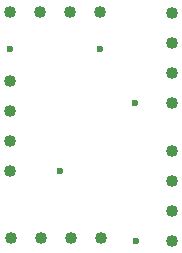
<source format=gbr>
G04 PROTEUS GERBER X2 FILE*
%TF.GenerationSoftware,Labcenter,Proteus,8.12-SP2-Build31155*%
%TF.CreationDate,2022-11-29T14:37:22+00:00*%
%TF.FileFunction,Plated,1,2,PTH*%
%TF.FilePolarity,Positive*%
%TF.Part,Single*%
%TF.SameCoordinates,{cdb8bdd9-3100-4a82-a298-9d7ddda5625f}*%
%FSLAX45Y45*%
%MOMM*%
G01*
%TA.AperFunction,ViaDrill*%
%ADD20C,0.600000*%
%TA.AperFunction,ComponentDrill*%
%ADD21C,1.016000*%
%TD.AperFunction*%
D20*
X-4150727Y+3175303D03*
X-3090000Y+1548000D03*
X-3731313Y+2139911D03*
X-3388324Y+3176145D03*
X-3093489Y+2716380D03*
D21*
X-4150000Y+2140000D03*
X-4150000Y+2394000D03*
X-4150000Y+2648000D03*
X-4150000Y+2902000D03*
X-4150000Y+3490000D03*
X-3896000Y+3490000D03*
X-3642000Y+3490000D03*
X-3388000Y+3490000D03*
X-2780000Y+3480000D03*
X-2780000Y+3226000D03*
X-2780000Y+2972000D03*
X-2780000Y+2718000D03*
X-2780000Y+2310000D03*
X-2780000Y+2056000D03*
X-2780000Y+1802000D03*
X-2780000Y+1548000D03*
X-3380000Y+1570000D03*
X-3634000Y+1570000D03*
X-3888000Y+1570000D03*
X-4142000Y+1570000D03*
M02*

</source>
